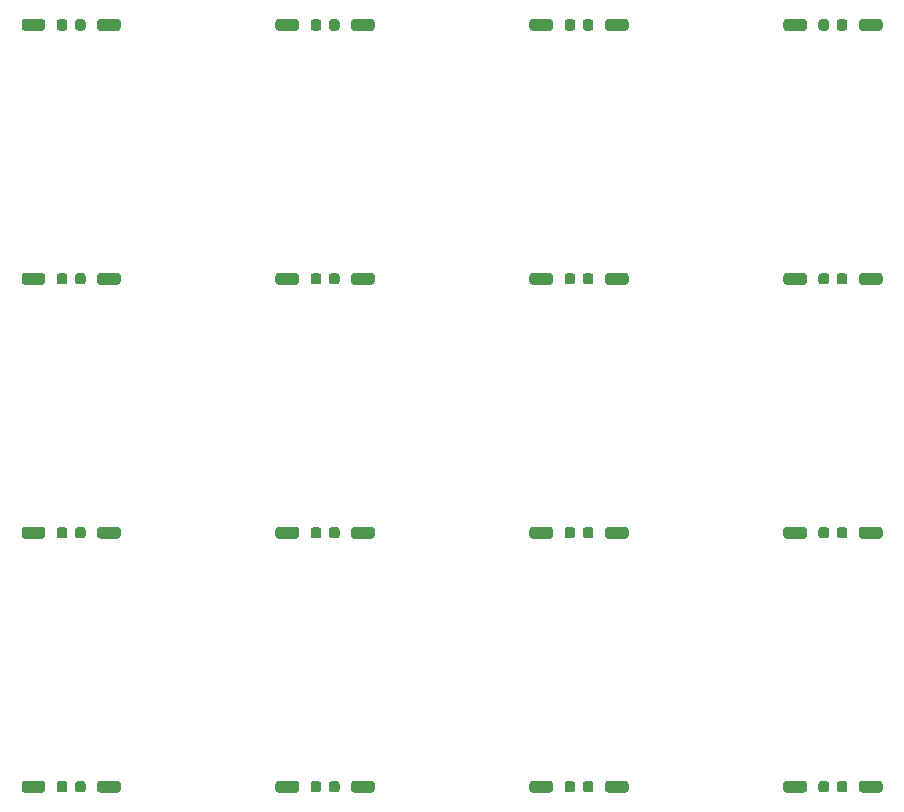
<source format=gbr>
%TF.GenerationSoftware,KiCad,Pcbnew,(5.1.10)-1*%
%TF.CreationDate,2021-11-01T22:44:31-04:00*%
%TF.ProjectId,PCB coil,50434220-636f-4696-9c2e-6b696361645f,rev?*%
%TF.SameCoordinates,Original*%
%TF.FileFunction,Paste,Top*%
%TF.FilePolarity,Positive*%
%FSLAX46Y46*%
G04 Gerber Fmt 4.6, Leading zero omitted, Abs format (unit mm)*
G04 Created by KiCad (PCBNEW (5.1.10)-1) date 2021-11-01 22:44:31*
%MOMM*%
%LPD*%
G01*
G04 APERTURE LIST*
G04 APERTURE END LIST*
%TO.C,REF\u002A\u002A*%
G36*
G01*
X45750000Y-32900000D02*
X44250000Y-32900000D01*
G75*
G02*
X44000000Y-32650000I0J250000D01*
G01*
X44000000Y-32150000D01*
G75*
G02*
X44250000Y-31900000I250000J0D01*
G01*
X45750000Y-31900000D01*
G75*
G02*
X46000000Y-32150000I0J-250000D01*
G01*
X46000000Y-32650000D01*
G75*
G02*
X45750000Y-32900000I-250000J0D01*
G01*
G37*
%TD*%
%TO.C,REF\u002A\u002A*%
G36*
G01*
X30650000Y-32900000D02*
X29150000Y-32900000D01*
G75*
G02*
X28900000Y-32650000I0J250000D01*
G01*
X28900000Y-32150000D01*
G75*
G02*
X29150000Y-31900000I250000J0D01*
G01*
X30650000Y-31900000D01*
G75*
G02*
X30900000Y-32150000I0J-250000D01*
G01*
X30900000Y-32650000D01*
G75*
G02*
X30650000Y-32900000I-250000J0D01*
G01*
G37*
%TD*%
%TO.C,REF\u002A\u002A*%
G36*
G01*
X24250000Y-32900000D02*
X22750000Y-32900000D01*
G75*
G02*
X22500000Y-32650000I0J250000D01*
G01*
X22500000Y-32150000D01*
G75*
G02*
X22750000Y-31900000I250000J0D01*
G01*
X24250000Y-31900000D01*
G75*
G02*
X24500000Y-32150000I0J-250000D01*
G01*
X24500000Y-32650000D01*
G75*
G02*
X24250000Y-32900000I-250000J0D01*
G01*
G37*
%TD*%
%TO.C,REF\u002A\u002A*%
G36*
G01*
X5525000Y-54150000D02*
X5525000Y-53650000D01*
G75*
G02*
X5750000Y-53425000I225000J0D01*
G01*
X6200000Y-53425000D01*
G75*
G02*
X6425000Y-53650000I0J-225000D01*
G01*
X6425000Y-54150000D01*
G75*
G02*
X6200000Y-54375000I-225000J0D01*
G01*
X5750000Y-54375000D01*
G75*
G02*
X5525000Y-54150000I0J225000D01*
G01*
G37*
G36*
G01*
X3975000Y-54150000D02*
X3975000Y-53650000D01*
G75*
G02*
X4200000Y-53425000I225000J0D01*
G01*
X4650000Y-53425000D01*
G75*
G02*
X4875000Y-53650000I0J-225000D01*
G01*
X4875000Y-54150000D01*
G75*
G02*
X4650000Y-54375000I-225000J0D01*
G01*
X4200000Y-54375000D01*
G75*
G02*
X3975000Y-54150000I0J225000D01*
G01*
G37*
%TD*%
%TO.C,REF\u002A\u002A*%
G36*
G01*
X67250000Y-32900000D02*
X65750000Y-32900000D01*
G75*
G02*
X65500000Y-32650000I0J250000D01*
G01*
X65500000Y-32150000D01*
G75*
G02*
X65750000Y-31900000I250000J0D01*
G01*
X67250000Y-31900000D01*
G75*
G02*
X67500000Y-32150000I0J-250000D01*
G01*
X67500000Y-32650000D01*
G75*
G02*
X67250000Y-32900000I-250000J0D01*
G01*
G37*
%TD*%
%TO.C,REF\u002A\u002A*%
G36*
G01*
X2750000Y-54400000D02*
X1250000Y-54400000D01*
G75*
G02*
X1000000Y-54150000I0J250000D01*
G01*
X1000000Y-53650000D01*
G75*
G02*
X1250000Y-53400000I250000J0D01*
G01*
X2750000Y-53400000D01*
G75*
G02*
X3000000Y-53650000I0J-250000D01*
G01*
X3000000Y-54150000D01*
G75*
G02*
X2750000Y-54400000I-250000J0D01*
G01*
G37*
%TD*%
%TO.C,REF\u002A\u002A*%
G36*
G01*
X48525000Y-32650000D02*
X48525000Y-32150000D01*
G75*
G02*
X48750000Y-31925000I225000J0D01*
G01*
X49200000Y-31925000D01*
G75*
G02*
X49425000Y-32150000I0J-225000D01*
G01*
X49425000Y-32650000D01*
G75*
G02*
X49200000Y-32875000I-225000J0D01*
G01*
X48750000Y-32875000D01*
G75*
G02*
X48525000Y-32650000I0J225000D01*
G01*
G37*
G36*
G01*
X46975000Y-32650000D02*
X46975000Y-32150000D01*
G75*
G02*
X47200000Y-31925000I225000J0D01*
G01*
X47650000Y-31925000D01*
G75*
G02*
X47875000Y-32150000I0J-225000D01*
G01*
X47875000Y-32650000D01*
G75*
G02*
X47650000Y-32875000I-225000J0D01*
G01*
X47200000Y-32875000D01*
G75*
G02*
X46975000Y-32650000I0J225000D01*
G01*
G37*
%TD*%
%TO.C,REF\u002A\u002A*%
G36*
G01*
X68475000Y-32650000D02*
X68475000Y-32150000D01*
G75*
G02*
X68700000Y-31925000I225000J0D01*
G01*
X69150000Y-31925000D01*
G75*
G02*
X69375000Y-32150000I0J-225000D01*
G01*
X69375000Y-32650000D01*
G75*
G02*
X69150000Y-32875000I-225000J0D01*
G01*
X68700000Y-32875000D01*
G75*
G02*
X68475000Y-32650000I0J225000D01*
G01*
G37*
G36*
G01*
X70025000Y-32650000D02*
X70025000Y-32150000D01*
G75*
G02*
X70250000Y-31925000I225000J0D01*
G01*
X70700000Y-31925000D01*
G75*
G02*
X70925000Y-32150000I0J-225000D01*
G01*
X70925000Y-32650000D01*
G75*
G02*
X70700000Y-32875000I-225000J0D01*
G01*
X70250000Y-32875000D01*
G75*
G02*
X70025000Y-32650000I0J225000D01*
G01*
G37*
%TD*%
%TO.C,REF\u002A\u002A*%
G36*
G01*
X25475000Y-54150000D02*
X25475000Y-53650000D01*
G75*
G02*
X25700000Y-53425000I225000J0D01*
G01*
X26150000Y-53425000D01*
G75*
G02*
X26375000Y-53650000I0J-225000D01*
G01*
X26375000Y-54150000D01*
G75*
G02*
X26150000Y-54375000I-225000J0D01*
G01*
X25700000Y-54375000D01*
G75*
G02*
X25475000Y-54150000I0J225000D01*
G01*
G37*
G36*
G01*
X27025000Y-54150000D02*
X27025000Y-53650000D01*
G75*
G02*
X27250000Y-53425000I225000J0D01*
G01*
X27700000Y-53425000D01*
G75*
G02*
X27925000Y-53650000I0J-225000D01*
G01*
X27925000Y-54150000D01*
G75*
G02*
X27700000Y-54375000I-225000J0D01*
G01*
X27250000Y-54375000D01*
G75*
G02*
X27025000Y-54150000I0J225000D01*
G01*
G37*
%TD*%
%TO.C,REF\u002A\u002A*%
G36*
G01*
X73650000Y-32900000D02*
X72150000Y-32900000D01*
G75*
G02*
X71900000Y-32650000I0J250000D01*
G01*
X71900000Y-32150000D01*
G75*
G02*
X72150000Y-31900000I250000J0D01*
G01*
X73650000Y-31900000D01*
G75*
G02*
X73900000Y-32150000I0J-250000D01*
G01*
X73900000Y-32650000D01*
G75*
G02*
X73650000Y-32900000I-250000J0D01*
G01*
G37*
%TD*%
%TO.C,REF\u002A\u002A*%
G36*
G01*
X52150000Y-32900000D02*
X50650000Y-32900000D01*
G75*
G02*
X50400000Y-32650000I0J250000D01*
G01*
X50400000Y-32150000D01*
G75*
G02*
X50650000Y-31900000I250000J0D01*
G01*
X52150000Y-31900000D01*
G75*
G02*
X52400000Y-32150000I0J-250000D01*
G01*
X52400000Y-32650000D01*
G75*
G02*
X52150000Y-32900000I-250000J0D01*
G01*
G37*
%TD*%
%TO.C,REF\u002A\u002A*%
G36*
G01*
X67250000Y-54400000D02*
X65750000Y-54400000D01*
G75*
G02*
X65500000Y-54150000I0J250000D01*
G01*
X65500000Y-53650000D01*
G75*
G02*
X65750000Y-53400000I250000J0D01*
G01*
X67250000Y-53400000D01*
G75*
G02*
X67500000Y-53650000I0J-250000D01*
G01*
X67500000Y-54150000D01*
G75*
G02*
X67250000Y-54400000I-250000J0D01*
G01*
G37*
%TD*%
%TO.C,REF\u002A\u002A*%
G36*
G01*
X73650000Y-54400000D02*
X72150000Y-54400000D01*
G75*
G02*
X71900000Y-54150000I0J250000D01*
G01*
X71900000Y-53650000D01*
G75*
G02*
X72150000Y-53400000I250000J0D01*
G01*
X73650000Y-53400000D01*
G75*
G02*
X73900000Y-53650000I0J-250000D01*
G01*
X73900000Y-54150000D01*
G75*
G02*
X73650000Y-54400000I-250000J0D01*
G01*
G37*
%TD*%
%TO.C,REF\u002A\u002A*%
G36*
G01*
X30650000Y-54400000D02*
X29150000Y-54400000D01*
G75*
G02*
X28900000Y-54150000I0J250000D01*
G01*
X28900000Y-53650000D01*
G75*
G02*
X29150000Y-53400000I250000J0D01*
G01*
X30650000Y-53400000D01*
G75*
G02*
X30900000Y-53650000I0J-250000D01*
G01*
X30900000Y-54150000D01*
G75*
G02*
X30650000Y-54400000I-250000J0D01*
G01*
G37*
%TD*%
%TO.C,REF\u002A\u002A*%
G36*
G01*
X46975000Y-54150000D02*
X46975000Y-53650000D01*
G75*
G02*
X47200000Y-53425000I225000J0D01*
G01*
X47650000Y-53425000D01*
G75*
G02*
X47875000Y-53650000I0J-225000D01*
G01*
X47875000Y-54150000D01*
G75*
G02*
X47650000Y-54375000I-225000J0D01*
G01*
X47200000Y-54375000D01*
G75*
G02*
X46975000Y-54150000I0J225000D01*
G01*
G37*
G36*
G01*
X48525000Y-54150000D02*
X48525000Y-53650000D01*
G75*
G02*
X48750000Y-53425000I225000J0D01*
G01*
X49200000Y-53425000D01*
G75*
G02*
X49425000Y-53650000I0J-225000D01*
G01*
X49425000Y-54150000D01*
G75*
G02*
X49200000Y-54375000I-225000J0D01*
G01*
X48750000Y-54375000D01*
G75*
G02*
X48525000Y-54150000I0J225000D01*
G01*
G37*
%TD*%
%TO.C,REF\u002A\u002A*%
G36*
G01*
X24250000Y-54400000D02*
X22750000Y-54400000D01*
G75*
G02*
X22500000Y-54150000I0J250000D01*
G01*
X22500000Y-53650000D01*
G75*
G02*
X22750000Y-53400000I250000J0D01*
G01*
X24250000Y-53400000D01*
G75*
G02*
X24500000Y-53650000I0J-250000D01*
G01*
X24500000Y-54150000D01*
G75*
G02*
X24250000Y-54400000I-250000J0D01*
G01*
G37*
%TD*%
%TO.C,REF\u002A\u002A*%
G36*
G01*
X70025000Y-54150000D02*
X70025000Y-53650000D01*
G75*
G02*
X70250000Y-53425000I225000J0D01*
G01*
X70700000Y-53425000D01*
G75*
G02*
X70925000Y-53650000I0J-225000D01*
G01*
X70925000Y-54150000D01*
G75*
G02*
X70700000Y-54375000I-225000J0D01*
G01*
X70250000Y-54375000D01*
G75*
G02*
X70025000Y-54150000I0J225000D01*
G01*
G37*
G36*
G01*
X68475000Y-54150000D02*
X68475000Y-53650000D01*
G75*
G02*
X68700000Y-53425000I225000J0D01*
G01*
X69150000Y-53425000D01*
G75*
G02*
X69375000Y-53650000I0J-225000D01*
G01*
X69375000Y-54150000D01*
G75*
G02*
X69150000Y-54375000I-225000J0D01*
G01*
X68700000Y-54375000D01*
G75*
G02*
X68475000Y-54150000I0J225000D01*
G01*
G37*
%TD*%
%TO.C,REF\u002A\u002A*%
G36*
G01*
X45750000Y-54400000D02*
X44250000Y-54400000D01*
G75*
G02*
X44000000Y-54150000I0J250000D01*
G01*
X44000000Y-53650000D01*
G75*
G02*
X44250000Y-53400000I250000J0D01*
G01*
X45750000Y-53400000D01*
G75*
G02*
X46000000Y-53650000I0J-250000D01*
G01*
X46000000Y-54150000D01*
G75*
G02*
X45750000Y-54400000I-250000J0D01*
G01*
G37*
%TD*%
%TO.C,REF\u002A\u002A*%
G36*
G01*
X52150000Y-54400000D02*
X50650000Y-54400000D01*
G75*
G02*
X50400000Y-54150000I0J250000D01*
G01*
X50400000Y-53650000D01*
G75*
G02*
X50650000Y-53400000I250000J0D01*
G01*
X52150000Y-53400000D01*
G75*
G02*
X52400000Y-53650000I0J-250000D01*
G01*
X52400000Y-54150000D01*
G75*
G02*
X52150000Y-54400000I-250000J0D01*
G01*
G37*
%TD*%
%TO.C,REF\u002A\u002A*%
G36*
G01*
X9150000Y-54400000D02*
X7650000Y-54400000D01*
G75*
G02*
X7400000Y-54150000I0J250000D01*
G01*
X7400000Y-53650000D01*
G75*
G02*
X7650000Y-53400000I250000J0D01*
G01*
X9150000Y-53400000D01*
G75*
G02*
X9400000Y-53650000I0J-250000D01*
G01*
X9400000Y-54150000D01*
G75*
G02*
X9150000Y-54400000I-250000J0D01*
G01*
G37*
%TD*%
%TO.C,REF\u002A\u002A*%
G36*
G01*
X9150000Y-32900000D02*
X7650000Y-32900000D01*
G75*
G02*
X7400000Y-32650000I0J250000D01*
G01*
X7400000Y-32150000D01*
G75*
G02*
X7650000Y-31900000I250000J0D01*
G01*
X9150000Y-31900000D01*
G75*
G02*
X9400000Y-32150000I0J-250000D01*
G01*
X9400000Y-32650000D01*
G75*
G02*
X9150000Y-32900000I-250000J0D01*
G01*
G37*
%TD*%
%TO.C,REF\u002A\u002A*%
G36*
G01*
X2750000Y-32900000D02*
X1250000Y-32900000D01*
G75*
G02*
X1000000Y-32650000I0J250000D01*
G01*
X1000000Y-32150000D01*
G75*
G02*
X1250000Y-31900000I250000J0D01*
G01*
X2750000Y-31900000D01*
G75*
G02*
X3000000Y-32150000I0J-250000D01*
G01*
X3000000Y-32650000D01*
G75*
G02*
X2750000Y-32900000I-250000J0D01*
G01*
G37*
%TD*%
%TO.C,REF\u002A\u002A*%
G36*
G01*
X3975000Y-32650000D02*
X3975000Y-32150000D01*
G75*
G02*
X4200000Y-31925000I225000J0D01*
G01*
X4650000Y-31925000D01*
G75*
G02*
X4875000Y-32150000I0J-225000D01*
G01*
X4875000Y-32650000D01*
G75*
G02*
X4650000Y-32875000I-225000J0D01*
G01*
X4200000Y-32875000D01*
G75*
G02*
X3975000Y-32650000I0J225000D01*
G01*
G37*
G36*
G01*
X5525000Y-32650000D02*
X5525000Y-32150000D01*
G75*
G02*
X5750000Y-31925000I225000J0D01*
G01*
X6200000Y-31925000D01*
G75*
G02*
X6425000Y-32150000I0J-225000D01*
G01*
X6425000Y-32650000D01*
G75*
G02*
X6200000Y-32875000I-225000J0D01*
G01*
X5750000Y-32875000D01*
G75*
G02*
X5525000Y-32650000I0J225000D01*
G01*
G37*
%TD*%
%TO.C,REF\u002A\u002A*%
G36*
G01*
X27025000Y-32650000D02*
X27025000Y-32150000D01*
G75*
G02*
X27250000Y-31925000I225000J0D01*
G01*
X27700000Y-31925000D01*
G75*
G02*
X27925000Y-32150000I0J-225000D01*
G01*
X27925000Y-32650000D01*
G75*
G02*
X27700000Y-32875000I-225000J0D01*
G01*
X27250000Y-32875000D01*
G75*
G02*
X27025000Y-32650000I0J225000D01*
G01*
G37*
G36*
G01*
X25475000Y-32650000D02*
X25475000Y-32150000D01*
G75*
G02*
X25700000Y-31925000I225000J0D01*
G01*
X26150000Y-31925000D01*
G75*
G02*
X26375000Y-32150000I0J-225000D01*
G01*
X26375000Y-32650000D01*
G75*
G02*
X26150000Y-32875000I-225000J0D01*
G01*
X25700000Y-32875000D01*
G75*
G02*
X25475000Y-32650000I0J225000D01*
G01*
G37*
%TD*%
%TO.C,REF\u002A\u002A*%
G36*
G01*
X45750000Y-11400000D02*
X44250000Y-11400000D01*
G75*
G02*
X44000000Y-11150000I0J250000D01*
G01*
X44000000Y-10650000D01*
G75*
G02*
X44250000Y-10400000I250000J0D01*
G01*
X45750000Y-10400000D01*
G75*
G02*
X46000000Y-10650000I0J-250000D01*
G01*
X46000000Y-11150000D01*
G75*
G02*
X45750000Y-11400000I-250000J0D01*
G01*
G37*
%TD*%
%TO.C,REF\u002A\u002A*%
G36*
G01*
X30650000Y-11400000D02*
X29150000Y-11400000D01*
G75*
G02*
X28900000Y-11150000I0J250000D01*
G01*
X28900000Y-10650000D01*
G75*
G02*
X29150000Y-10400000I250000J0D01*
G01*
X30650000Y-10400000D01*
G75*
G02*
X30900000Y-10650000I0J-250000D01*
G01*
X30900000Y-11150000D01*
G75*
G02*
X30650000Y-11400000I-250000J0D01*
G01*
G37*
%TD*%
%TO.C,REF\u002A\u002A*%
G36*
G01*
X24250000Y-11400000D02*
X22750000Y-11400000D01*
G75*
G02*
X22500000Y-11150000I0J250000D01*
G01*
X22500000Y-10650000D01*
G75*
G02*
X22750000Y-10400000I250000J0D01*
G01*
X24250000Y-10400000D01*
G75*
G02*
X24500000Y-10650000I0J-250000D01*
G01*
X24500000Y-11150000D01*
G75*
G02*
X24250000Y-11400000I-250000J0D01*
G01*
G37*
%TD*%
%TO.C,REF\u002A\u002A*%
G36*
G01*
X67250000Y-11400000D02*
X65750000Y-11400000D01*
G75*
G02*
X65500000Y-11150000I0J250000D01*
G01*
X65500000Y-10650000D01*
G75*
G02*
X65750000Y-10400000I250000J0D01*
G01*
X67250000Y-10400000D01*
G75*
G02*
X67500000Y-10650000I0J-250000D01*
G01*
X67500000Y-11150000D01*
G75*
G02*
X67250000Y-11400000I-250000J0D01*
G01*
G37*
%TD*%
%TO.C,REF\u002A\u002A*%
G36*
G01*
X48525000Y-11150000D02*
X48525000Y-10650000D01*
G75*
G02*
X48750000Y-10425000I225000J0D01*
G01*
X49200000Y-10425000D01*
G75*
G02*
X49425000Y-10650000I0J-225000D01*
G01*
X49425000Y-11150000D01*
G75*
G02*
X49200000Y-11375000I-225000J0D01*
G01*
X48750000Y-11375000D01*
G75*
G02*
X48525000Y-11150000I0J225000D01*
G01*
G37*
G36*
G01*
X46975000Y-11150000D02*
X46975000Y-10650000D01*
G75*
G02*
X47200000Y-10425000I225000J0D01*
G01*
X47650000Y-10425000D01*
G75*
G02*
X47875000Y-10650000I0J-225000D01*
G01*
X47875000Y-11150000D01*
G75*
G02*
X47650000Y-11375000I-225000J0D01*
G01*
X47200000Y-11375000D01*
G75*
G02*
X46975000Y-11150000I0J225000D01*
G01*
G37*
%TD*%
%TO.C,REF\u002A\u002A*%
G36*
G01*
X68475000Y-11150000D02*
X68475000Y-10650000D01*
G75*
G02*
X68700000Y-10425000I225000J0D01*
G01*
X69150000Y-10425000D01*
G75*
G02*
X69375000Y-10650000I0J-225000D01*
G01*
X69375000Y-11150000D01*
G75*
G02*
X69150000Y-11375000I-225000J0D01*
G01*
X68700000Y-11375000D01*
G75*
G02*
X68475000Y-11150000I0J225000D01*
G01*
G37*
G36*
G01*
X70025000Y-11150000D02*
X70025000Y-10650000D01*
G75*
G02*
X70250000Y-10425000I225000J0D01*
G01*
X70700000Y-10425000D01*
G75*
G02*
X70925000Y-10650000I0J-225000D01*
G01*
X70925000Y-11150000D01*
G75*
G02*
X70700000Y-11375000I-225000J0D01*
G01*
X70250000Y-11375000D01*
G75*
G02*
X70025000Y-11150000I0J225000D01*
G01*
G37*
%TD*%
%TO.C,REF\u002A\u002A*%
G36*
G01*
X73650000Y-11400000D02*
X72150000Y-11400000D01*
G75*
G02*
X71900000Y-11150000I0J250000D01*
G01*
X71900000Y-10650000D01*
G75*
G02*
X72150000Y-10400000I250000J0D01*
G01*
X73650000Y-10400000D01*
G75*
G02*
X73900000Y-10650000I0J-250000D01*
G01*
X73900000Y-11150000D01*
G75*
G02*
X73650000Y-11400000I-250000J0D01*
G01*
G37*
%TD*%
%TO.C,REF\u002A\u002A*%
G36*
G01*
X52150000Y-11400000D02*
X50650000Y-11400000D01*
G75*
G02*
X50400000Y-11150000I0J250000D01*
G01*
X50400000Y-10650000D01*
G75*
G02*
X50650000Y-10400000I250000J0D01*
G01*
X52150000Y-10400000D01*
G75*
G02*
X52400000Y-10650000I0J-250000D01*
G01*
X52400000Y-11150000D01*
G75*
G02*
X52150000Y-11400000I-250000J0D01*
G01*
G37*
%TD*%
%TO.C,REF\u002A\u002A*%
G36*
G01*
X9150000Y-11400000D02*
X7650000Y-11400000D01*
G75*
G02*
X7400000Y-11150000I0J250000D01*
G01*
X7400000Y-10650000D01*
G75*
G02*
X7650000Y-10400000I250000J0D01*
G01*
X9150000Y-10400000D01*
G75*
G02*
X9400000Y-10650000I0J-250000D01*
G01*
X9400000Y-11150000D01*
G75*
G02*
X9150000Y-11400000I-250000J0D01*
G01*
G37*
%TD*%
%TO.C,REF\u002A\u002A*%
G36*
G01*
X2750000Y-11400000D02*
X1250000Y-11400000D01*
G75*
G02*
X1000000Y-11150000I0J250000D01*
G01*
X1000000Y-10650000D01*
G75*
G02*
X1250000Y-10400000I250000J0D01*
G01*
X2750000Y-10400000D01*
G75*
G02*
X3000000Y-10650000I0J-250000D01*
G01*
X3000000Y-11150000D01*
G75*
G02*
X2750000Y-11400000I-250000J0D01*
G01*
G37*
%TD*%
%TO.C,REF\u002A\u002A*%
G36*
G01*
X3975000Y-11150000D02*
X3975000Y-10650000D01*
G75*
G02*
X4200000Y-10425000I225000J0D01*
G01*
X4650000Y-10425000D01*
G75*
G02*
X4875000Y-10650000I0J-225000D01*
G01*
X4875000Y-11150000D01*
G75*
G02*
X4650000Y-11375000I-225000J0D01*
G01*
X4200000Y-11375000D01*
G75*
G02*
X3975000Y-11150000I0J225000D01*
G01*
G37*
G36*
G01*
X5525000Y-11150000D02*
X5525000Y-10650000D01*
G75*
G02*
X5750000Y-10425000I225000J0D01*
G01*
X6200000Y-10425000D01*
G75*
G02*
X6425000Y-10650000I0J-225000D01*
G01*
X6425000Y-11150000D01*
G75*
G02*
X6200000Y-11375000I-225000J0D01*
G01*
X5750000Y-11375000D01*
G75*
G02*
X5525000Y-11150000I0J225000D01*
G01*
G37*
%TD*%
%TO.C,REF\u002A\u002A*%
G36*
G01*
X27025000Y-11150000D02*
X27025000Y-10650000D01*
G75*
G02*
X27250000Y-10425000I225000J0D01*
G01*
X27700000Y-10425000D01*
G75*
G02*
X27925000Y-10650000I0J-225000D01*
G01*
X27925000Y-11150000D01*
G75*
G02*
X27700000Y-11375000I-225000J0D01*
G01*
X27250000Y-11375000D01*
G75*
G02*
X27025000Y-11150000I0J225000D01*
G01*
G37*
G36*
G01*
X25475000Y-11150000D02*
X25475000Y-10650000D01*
G75*
G02*
X25700000Y-10425000I225000J0D01*
G01*
X26150000Y-10425000D01*
G75*
G02*
X26375000Y-10650000I0J-225000D01*
G01*
X26375000Y-11150000D01*
G75*
G02*
X26150000Y-11375000I-225000J0D01*
G01*
X25700000Y-11375000D01*
G75*
G02*
X25475000Y-11150000I0J225000D01*
G01*
G37*
%TD*%
%TO.C,REF\u002A\u002A*%
G36*
G01*
X73650000Y10100000D02*
X72150000Y10100000D01*
G75*
G02*
X71900000Y10350000I0J250000D01*
G01*
X71900000Y10850000D01*
G75*
G02*
X72150000Y11100000I250000J0D01*
G01*
X73650000Y11100000D01*
G75*
G02*
X73900000Y10850000I0J-250000D01*
G01*
X73900000Y10350000D01*
G75*
G02*
X73650000Y10100000I-250000J0D01*
G01*
G37*
%TD*%
%TO.C,REF\u002A\u002A*%
G36*
G01*
X67250000Y10100000D02*
X65750000Y10100000D01*
G75*
G02*
X65500000Y10350000I0J250000D01*
G01*
X65500000Y10850000D01*
G75*
G02*
X65750000Y11100000I250000J0D01*
G01*
X67250000Y11100000D01*
G75*
G02*
X67500000Y10850000I0J-250000D01*
G01*
X67500000Y10350000D01*
G75*
G02*
X67250000Y10100000I-250000J0D01*
G01*
G37*
%TD*%
%TO.C,REF\u002A\u002A*%
G36*
G01*
X52150000Y10100000D02*
X50650000Y10100000D01*
G75*
G02*
X50400000Y10350000I0J250000D01*
G01*
X50400000Y10850000D01*
G75*
G02*
X50650000Y11100000I250000J0D01*
G01*
X52150000Y11100000D01*
G75*
G02*
X52400000Y10850000I0J-250000D01*
G01*
X52400000Y10350000D01*
G75*
G02*
X52150000Y10100000I-250000J0D01*
G01*
G37*
%TD*%
%TO.C,REF\u002A\u002A*%
G36*
G01*
X45750000Y10100000D02*
X44250000Y10100000D01*
G75*
G02*
X44000000Y10350000I0J250000D01*
G01*
X44000000Y10850000D01*
G75*
G02*
X44250000Y11100000I250000J0D01*
G01*
X45750000Y11100000D01*
G75*
G02*
X46000000Y10850000I0J-250000D01*
G01*
X46000000Y10350000D01*
G75*
G02*
X45750000Y10100000I-250000J0D01*
G01*
G37*
%TD*%
%TO.C,REF\u002A\u002A*%
G36*
G01*
X46975000Y10350000D02*
X46975000Y10850000D01*
G75*
G02*
X47200000Y11075000I225000J0D01*
G01*
X47650000Y11075000D01*
G75*
G02*
X47875000Y10850000I0J-225000D01*
G01*
X47875000Y10350000D01*
G75*
G02*
X47650000Y10125000I-225000J0D01*
G01*
X47200000Y10125000D01*
G75*
G02*
X46975000Y10350000I0J225000D01*
G01*
G37*
G36*
G01*
X48525000Y10350000D02*
X48525000Y10850000D01*
G75*
G02*
X48750000Y11075000I225000J0D01*
G01*
X49200000Y11075000D01*
G75*
G02*
X49425000Y10850000I0J-225000D01*
G01*
X49425000Y10350000D01*
G75*
G02*
X49200000Y10125000I-225000J0D01*
G01*
X48750000Y10125000D01*
G75*
G02*
X48525000Y10350000I0J225000D01*
G01*
G37*
%TD*%
%TO.C,REF\u002A\u002A*%
G36*
G01*
X70025000Y10350000D02*
X70025000Y10850000D01*
G75*
G02*
X70250000Y11075000I225000J0D01*
G01*
X70700000Y11075000D01*
G75*
G02*
X70925000Y10850000I0J-225000D01*
G01*
X70925000Y10350000D01*
G75*
G02*
X70700000Y10125000I-225000J0D01*
G01*
X70250000Y10125000D01*
G75*
G02*
X70025000Y10350000I0J225000D01*
G01*
G37*
G36*
G01*
X68475000Y10350000D02*
X68475000Y10850000D01*
G75*
G02*
X68700000Y11075000I225000J0D01*
G01*
X69150000Y11075000D01*
G75*
G02*
X69375000Y10850000I0J-225000D01*
G01*
X69375000Y10350000D01*
G75*
G02*
X69150000Y10125000I-225000J0D01*
G01*
X68700000Y10125000D01*
G75*
G02*
X68475000Y10350000I0J225000D01*
G01*
G37*
%TD*%
%TO.C,REF\u002A\u002A*%
G36*
G01*
X30650000Y10100000D02*
X29150000Y10100000D01*
G75*
G02*
X28900000Y10350000I0J250000D01*
G01*
X28900000Y10850000D01*
G75*
G02*
X29150000Y11100000I250000J0D01*
G01*
X30650000Y11100000D01*
G75*
G02*
X30900000Y10850000I0J-250000D01*
G01*
X30900000Y10350000D01*
G75*
G02*
X30650000Y10100000I-250000J0D01*
G01*
G37*
%TD*%
%TO.C,REF\u002A\u002A*%
G36*
G01*
X24250000Y10100000D02*
X22750000Y10100000D01*
G75*
G02*
X22500000Y10350000I0J250000D01*
G01*
X22500000Y10850000D01*
G75*
G02*
X22750000Y11100000I250000J0D01*
G01*
X24250000Y11100000D01*
G75*
G02*
X24500000Y10850000I0J-250000D01*
G01*
X24500000Y10350000D01*
G75*
G02*
X24250000Y10100000I-250000J0D01*
G01*
G37*
%TD*%
%TO.C,REF\u002A\u002A*%
G36*
G01*
X25475000Y10350000D02*
X25475000Y10850000D01*
G75*
G02*
X25700000Y11075000I225000J0D01*
G01*
X26150000Y11075000D01*
G75*
G02*
X26375000Y10850000I0J-225000D01*
G01*
X26375000Y10350000D01*
G75*
G02*
X26150000Y10125000I-225000J0D01*
G01*
X25700000Y10125000D01*
G75*
G02*
X25475000Y10350000I0J225000D01*
G01*
G37*
G36*
G01*
X27025000Y10350000D02*
X27025000Y10850000D01*
G75*
G02*
X27250000Y11075000I225000J0D01*
G01*
X27700000Y11075000D01*
G75*
G02*
X27925000Y10850000I0J-225000D01*
G01*
X27925000Y10350000D01*
G75*
G02*
X27700000Y10125000I-225000J0D01*
G01*
X27250000Y10125000D01*
G75*
G02*
X27025000Y10350000I0J225000D01*
G01*
G37*
%TD*%
%TO.C,REF\u002A\u002A*%
G36*
G01*
X5525000Y10350000D02*
X5525000Y10850000D01*
G75*
G02*
X5750000Y11075000I225000J0D01*
G01*
X6200000Y11075000D01*
G75*
G02*
X6425000Y10850000I0J-225000D01*
G01*
X6425000Y10350000D01*
G75*
G02*
X6200000Y10125000I-225000J0D01*
G01*
X5750000Y10125000D01*
G75*
G02*
X5525000Y10350000I0J225000D01*
G01*
G37*
G36*
G01*
X3975000Y10350000D02*
X3975000Y10850000D01*
G75*
G02*
X4200000Y11075000I225000J0D01*
G01*
X4650000Y11075000D01*
G75*
G02*
X4875000Y10850000I0J-225000D01*
G01*
X4875000Y10350000D01*
G75*
G02*
X4650000Y10125000I-225000J0D01*
G01*
X4200000Y10125000D01*
G75*
G02*
X3975000Y10350000I0J225000D01*
G01*
G37*
%TD*%
%TO.C,REF\u002A\u002A*%
G36*
G01*
X2750000Y10100000D02*
X1250000Y10100000D01*
G75*
G02*
X1000000Y10350000I0J250000D01*
G01*
X1000000Y10850000D01*
G75*
G02*
X1250000Y11100000I250000J0D01*
G01*
X2750000Y11100000D01*
G75*
G02*
X3000000Y10850000I0J-250000D01*
G01*
X3000000Y10350000D01*
G75*
G02*
X2750000Y10100000I-250000J0D01*
G01*
G37*
%TD*%
%TO.C,REF\u002A\u002A*%
G36*
G01*
X9150000Y10100000D02*
X7650000Y10100000D01*
G75*
G02*
X7400000Y10350000I0J250000D01*
G01*
X7400000Y10850000D01*
G75*
G02*
X7650000Y11100000I250000J0D01*
G01*
X9150000Y11100000D01*
G75*
G02*
X9400000Y10850000I0J-250000D01*
G01*
X9400000Y10350000D01*
G75*
G02*
X9150000Y10100000I-250000J0D01*
G01*
G37*
%TD*%
M02*

</source>
